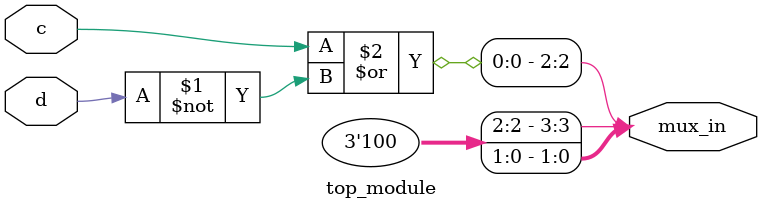
<source format=sv>
module top_module (
    input c,
    input d,
    output [3:0] mux_in
);

    // Assign values based on the provided Karnaugh map

    // ab = 00
    assign mux_in[0] = 0;

    // ab = 01
    assign mux_in[1] = 0;

    // ab = 11
    assign mux_in[3] = 1;

    // ab = 10
    assign mux_in[2] = c | (~d);

endmodule

</source>
